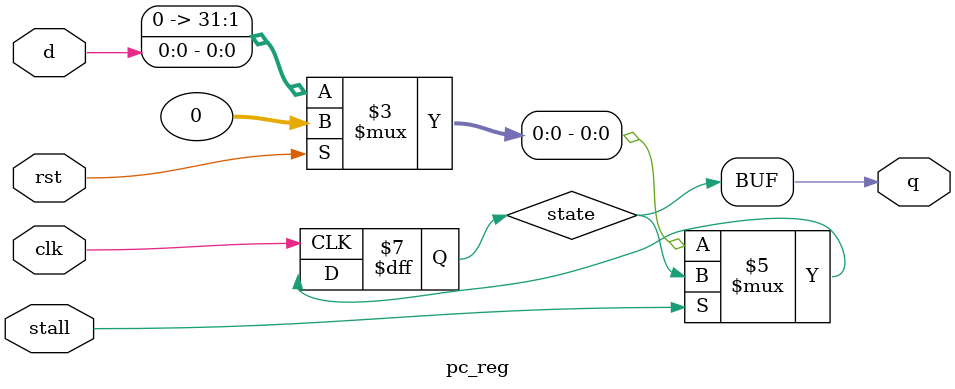
<source format=sv>
module pc_reg (q, d, clk, rst, stall);

    output logic        q;
    input logic        d;
    input logic         clk;
    input logic         rst;
    input logic         stall;

    reg            state;

    assign q = state;

// change to triggered on posedge edge
    always @(posedge clk) begin
      if (stall) begin
        state <= state;
      end
      else
      state <= rst? 0 : d;
    end
endmodule
</source>
